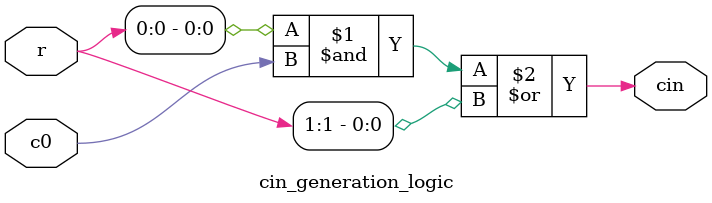
<source format=v>
`include "define.v"
module cin_generation_logic(r,c0,cin);

	input	[1:0]	r;
	input		c0;
	output		cin;
	
	assign cin = (r[0] & c0) | r[1];
	
endmodule
</source>
